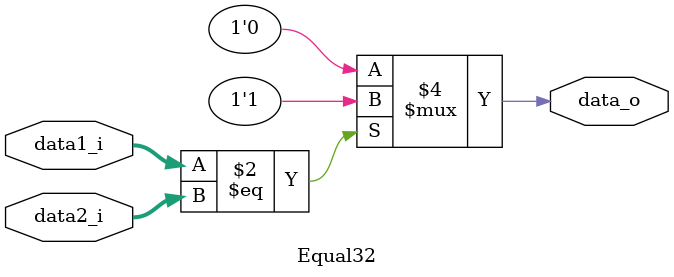
<source format=v>
module Equal32
(
    data1_i, data2_i,
    data_o
);

input   [31:0]  data1_i, data2_i;
output  reg     data_o;

always@(data1_i or data2_i) begin
    if(data1_i==data2_i)
        data_o = 1;
    else
        data_o = 0;
end

endmodule

</source>
